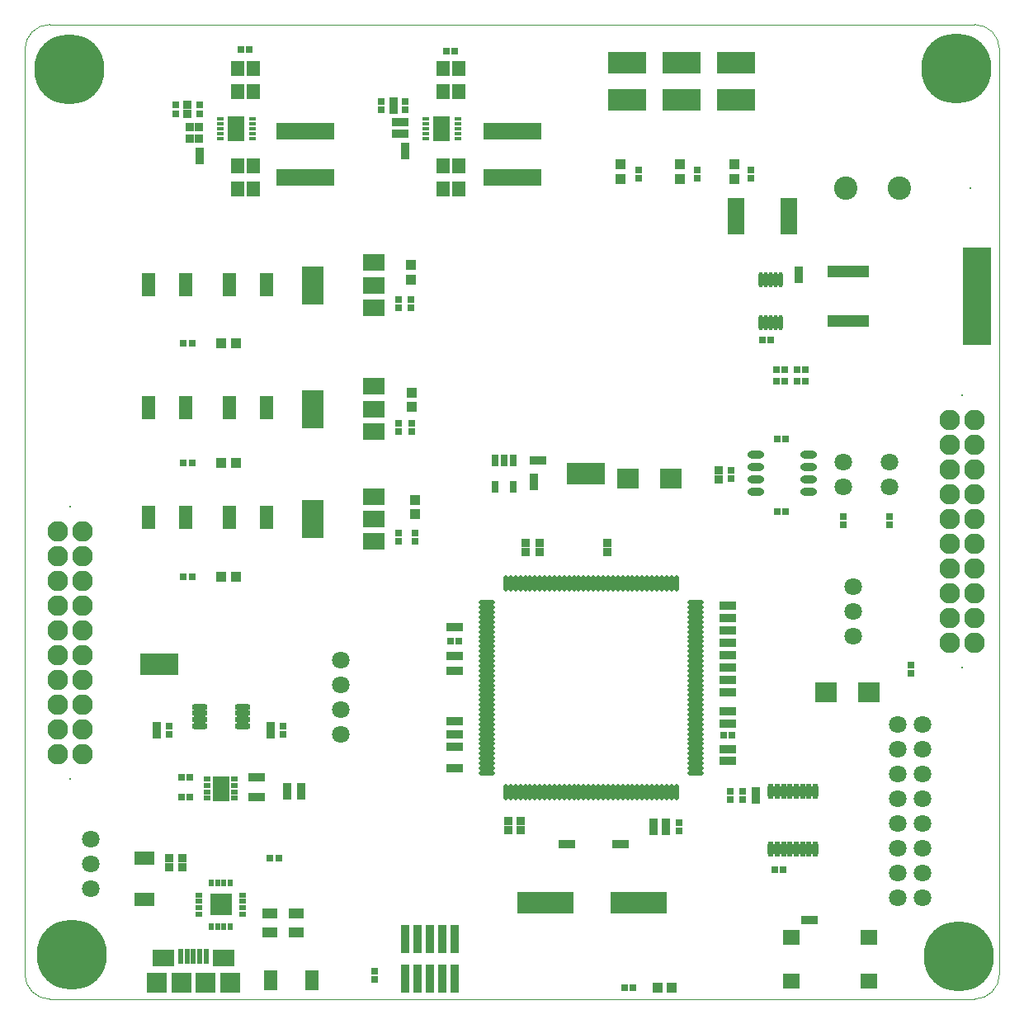
<source format=gts>
G04 Layer_Color=8388736*
%FSLAX25Y25*%
%MOIN*%
G70*
G01*
G75*
%ADD59C,0.00394*%
%ADD71R,0.02965X0.03162*%
%ADD72O,0.06509X0.01981*%
%ADD73O,0.01981X0.06509*%
%ADD74R,0.03950X0.03950*%
%ADD75R,0.03162X0.02965*%
%ADD76R,0.03241X0.03398*%
%ADD77R,0.03950X0.03950*%
%ADD78R,0.03398X0.03241*%
%ADD79R,0.02768X0.01981*%
%ADD80R,0.01981X0.02768*%
%ADD81R,0.09068X0.09068*%
%ADD82R,0.05918X0.04343*%
%ADD83R,0.03800X0.11800*%
%ADD84R,0.05800X0.07965*%
%ADD85O,0.02572X0.06312*%
%ADD86R,0.05524X0.06115*%
%ADD87R,0.08674X0.15761*%
%ADD88R,0.08674X0.06706*%
%ADD89R,0.23241X0.07099*%
%ADD90R,0.02965X0.01784*%
%ADD91R,0.07099X0.10249*%
%ADD92R,0.03162X0.01981*%
%ADD93R,0.06666X0.10249*%
%ADD94R,0.15367X0.08674*%
%ADD95R,0.05800X0.09265*%
%ADD96R,0.09068X0.07887*%
%ADD97R,0.07965X0.05800*%
%ADD98R,0.06902X0.05918*%
%ADD99O,0.06312X0.02768*%
%ADD100O,0.01981X0.06115*%
%ADD101R,0.07099X0.14579*%
%ADD102R,0.11430X0.39383*%
%ADD103R,0.17139X0.04934*%
%ADD104R,0.03162X0.04737*%
%ADD105O,0.06706X0.03162*%
%ADD106R,0.22847X0.09068*%
%ADD107R,0.02375X0.06135*%
%ADD108R,0.02375X0.06115*%
%ADD109R,0.07887X0.08280*%
%ADD110R,0.08280X0.08280*%
%ADD111R,0.09068X0.07099*%
%ADD112C,0.07099*%
%ADD113C,0.00800*%
%ADD114C,0.08280*%
%ADD115C,0.09461*%
%ADD116C,0.28359*%
%ADD117C,0.02768*%
D59*
X600000Y875830D02*
G03*
X590003Y885827I-9997J0D01*
G01*
X589928Y492126D02*
G03*
X600000Y502198I0J10072D01*
G01*
X206299D02*
G03*
X216371Y492126I10072J0D01*
G01*
X216371Y885827D02*
G03*
X206299Y875755I0J-10072D01*
G01*
X218110Y885827D02*
X590003D01*
X600000Y874016D02*
Y875830D01*
Y502198D02*
Y874016D01*
X216371Y492126D02*
X589928D01*
X206299Y502198D02*
Y508268D01*
Y875755D01*
X216371Y885827D02*
X218110D01*
D71*
X477854Y823622D02*
D03*
Y826968D02*
D03*
X454232Y823622D02*
D03*
Y826968D02*
D03*
X362598Y721555D02*
D03*
Y724902D02*
D03*
X363779Y677067D02*
D03*
Y680413D02*
D03*
X362205Y771555D02*
D03*
Y774902D02*
D03*
X264567Y599114D02*
D03*
Y602461D02*
D03*
X347638Y500000D02*
D03*
Y503346D02*
D03*
X491142Y575984D02*
D03*
Y572638D02*
D03*
X496358Y575984D02*
D03*
Y572638D02*
D03*
X470472Y563484D02*
D03*
Y560138D02*
D03*
X267323Y853248D02*
D03*
Y849902D02*
D03*
X276772D02*
D03*
Y853248D02*
D03*
X350394Y854823D02*
D03*
Y851476D02*
D03*
X359842D02*
D03*
Y854823D02*
D03*
X564173Y623819D02*
D03*
Y627165D02*
D03*
X499508Y823622D02*
D03*
Y826968D02*
D03*
X357087Y680413D02*
D03*
Y677067D02*
D03*
Y724902D02*
D03*
Y721555D02*
D03*
Y774902D02*
D03*
Y771555D02*
D03*
X310630Y602461D02*
D03*
Y599114D02*
D03*
X491732Y702264D02*
D03*
Y705610D02*
D03*
X537008Y683760D02*
D03*
Y687106D02*
D03*
X555512Y683760D02*
D03*
Y687106D02*
D03*
D72*
X392776Y583445D02*
D03*
Y585413D02*
D03*
Y587382D02*
D03*
Y589350D02*
D03*
Y591319D02*
D03*
Y593287D02*
D03*
Y595256D02*
D03*
Y597224D02*
D03*
Y599193D02*
D03*
Y601161D02*
D03*
Y603130D02*
D03*
Y605098D02*
D03*
Y607067D02*
D03*
Y609035D02*
D03*
Y611004D02*
D03*
Y612972D02*
D03*
Y614941D02*
D03*
Y616909D02*
D03*
Y618878D02*
D03*
Y620847D02*
D03*
Y622815D02*
D03*
Y624783D02*
D03*
Y626752D02*
D03*
Y628721D02*
D03*
Y630689D02*
D03*
Y632657D02*
D03*
Y634626D02*
D03*
Y636594D02*
D03*
Y638563D02*
D03*
Y640531D02*
D03*
Y642500D02*
D03*
Y644468D02*
D03*
Y646437D02*
D03*
Y648406D02*
D03*
Y650374D02*
D03*
Y652343D02*
D03*
X477224D02*
D03*
Y650374D02*
D03*
Y648406D02*
D03*
Y646437D02*
D03*
Y644468D02*
D03*
Y642500D02*
D03*
Y640531D02*
D03*
Y638563D02*
D03*
Y636594D02*
D03*
Y634626D02*
D03*
Y632657D02*
D03*
Y630689D02*
D03*
Y628721D02*
D03*
Y626752D02*
D03*
Y624783D02*
D03*
Y622815D02*
D03*
Y620847D02*
D03*
Y618878D02*
D03*
Y616909D02*
D03*
Y614941D02*
D03*
Y612972D02*
D03*
Y611004D02*
D03*
Y609035D02*
D03*
Y607067D02*
D03*
Y605098D02*
D03*
Y603130D02*
D03*
Y601161D02*
D03*
Y599193D02*
D03*
Y597224D02*
D03*
Y595256D02*
D03*
Y593287D02*
D03*
Y591319D02*
D03*
Y589350D02*
D03*
Y587382D02*
D03*
Y585413D02*
D03*
Y583445D02*
D03*
D73*
X400551Y660118D02*
D03*
X402520D02*
D03*
X404488D02*
D03*
X406457D02*
D03*
X408425D02*
D03*
X410394D02*
D03*
X412362D02*
D03*
X414331D02*
D03*
X416299D02*
D03*
X418268D02*
D03*
X420236D02*
D03*
X422205D02*
D03*
X424173D02*
D03*
X426142D02*
D03*
X428110D02*
D03*
X430079D02*
D03*
X432047D02*
D03*
X434016D02*
D03*
X435984D02*
D03*
X437953D02*
D03*
X439921D02*
D03*
X441890D02*
D03*
X443858D02*
D03*
X445827D02*
D03*
X447795D02*
D03*
X449764D02*
D03*
X451732D02*
D03*
X453701D02*
D03*
X455669D02*
D03*
X457638D02*
D03*
X459606D02*
D03*
X461575D02*
D03*
X463543D02*
D03*
X465512D02*
D03*
X467480D02*
D03*
X469449D02*
D03*
Y575669D02*
D03*
X467480D02*
D03*
X465512D02*
D03*
X463543D02*
D03*
X461575D02*
D03*
X459606D02*
D03*
X457638D02*
D03*
X455669D02*
D03*
X453701D02*
D03*
X451732D02*
D03*
X449764D02*
D03*
X447795D02*
D03*
X445827D02*
D03*
X443858D02*
D03*
X441890D02*
D03*
X439921D02*
D03*
X437953D02*
D03*
X435984D02*
D03*
X434016D02*
D03*
X432047D02*
D03*
X430079D02*
D03*
X428110D02*
D03*
X426142D02*
D03*
X424173D02*
D03*
X422205D02*
D03*
X420236D02*
D03*
X418268D02*
D03*
X416299D02*
D03*
X414331D02*
D03*
X412362D02*
D03*
X410394D02*
D03*
X408425D02*
D03*
X406457D02*
D03*
X404488D02*
D03*
X402520D02*
D03*
X400551D02*
D03*
D74*
X492815Y829429D02*
D03*
Y823524D02*
D03*
X470768Y829429D02*
D03*
Y823524D02*
D03*
X446752Y829429D02*
D03*
Y823524D02*
D03*
X363779Y693898D02*
D03*
Y687992D02*
D03*
X362205Y788779D02*
D03*
Y782874D02*
D03*
X362598Y737205D02*
D03*
Y731299D02*
D03*
D75*
X448524Y496654D02*
D03*
X451870D02*
D03*
X510039Y741831D02*
D03*
X513386D02*
D03*
X521555D02*
D03*
X518209D02*
D03*
X510138Y718504D02*
D03*
X513484D02*
D03*
X488484Y598819D02*
D03*
X491831D02*
D03*
X381594Y636614D02*
D03*
X378248D02*
D03*
X269587Y581890D02*
D03*
X272933D02*
D03*
X308760Y548976D02*
D03*
X305413D02*
D03*
X509350Y544488D02*
D03*
X512697D02*
D03*
X296949Y875591D02*
D03*
X293602D02*
D03*
X380020Y875197D02*
D03*
X376673D02*
D03*
X269587Y573622D02*
D03*
X272933D02*
D03*
X273760Y662835D02*
D03*
X270413D02*
D03*
X273760Y708898D02*
D03*
X270413D02*
D03*
X273760Y756929D02*
D03*
X270413D02*
D03*
X513386Y746457D02*
D03*
X510039D02*
D03*
X518209D02*
D03*
X521555D02*
D03*
X507480Y758268D02*
D03*
X504134D02*
D03*
X510138Y688976D02*
D03*
X513484D02*
D03*
D76*
X401575Y563937D02*
D03*
Y560472D02*
D03*
X465354Y560079D02*
D03*
Y563543D02*
D03*
X501575Y576142D02*
D03*
Y572677D02*
D03*
X276772Y834410D02*
D03*
Y830945D02*
D03*
X272047Y853307D02*
D03*
Y849842D02*
D03*
X359842Y836378D02*
D03*
Y832913D02*
D03*
X355118Y854882D02*
D03*
Y851417D02*
D03*
X312402Y574350D02*
D03*
Y577815D02*
D03*
X317913D02*
D03*
Y574350D02*
D03*
X518898Y786378D02*
D03*
Y782913D02*
D03*
X406496Y560472D02*
D03*
Y563937D02*
D03*
X441732Y676260D02*
D03*
Y672795D02*
D03*
X414331Y676260D02*
D03*
Y672795D02*
D03*
X411909Y702716D02*
D03*
Y699252D02*
D03*
X264567Y545512D02*
D03*
Y548976D02*
D03*
X460236Y560079D02*
D03*
Y563543D02*
D03*
X408425Y676260D02*
D03*
Y672795D02*
D03*
X270079Y548976D02*
D03*
Y545512D02*
D03*
X305512Y599055D02*
D03*
Y602520D02*
D03*
X486614Y705669D02*
D03*
Y702205D02*
D03*
X259449Y599055D02*
D03*
Y602520D02*
D03*
D77*
X461811Y496752D02*
D03*
X467717D02*
D03*
X291575Y662835D02*
D03*
X285669D02*
D03*
X291575Y708898D02*
D03*
X285669D02*
D03*
X291575Y756929D02*
D03*
X285669D02*
D03*
D78*
X415413Y709842D02*
D03*
X411949D02*
D03*
X491988Y593012D02*
D03*
X488524D02*
D03*
X491890Y603543D02*
D03*
X488425D02*
D03*
X276535Y844488D02*
D03*
X273071D02*
D03*
X276535Y839764D02*
D03*
X273071D02*
D03*
X359606Y846457D02*
D03*
X356142D02*
D03*
X359606Y841732D02*
D03*
X356142D02*
D03*
X491890Y636089D02*
D03*
X488425D02*
D03*
X378189Y585433D02*
D03*
X381653D02*
D03*
X378189Y594095D02*
D03*
X381653D02*
D03*
X378189Y642520D02*
D03*
X381653D02*
D03*
X378189Y624803D02*
D03*
X381653D02*
D03*
X491890Y616142D02*
D03*
X488425D02*
D03*
X491890Y608268D02*
D03*
X488425D02*
D03*
X378189Y599213D02*
D03*
X381653D02*
D03*
X491890Y588386D02*
D03*
X488425D02*
D03*
X378189Y604331D02*
D03*
X381653D02*
D03*
X378189Y630709D02*
D03*
X381653D02*
D03*
X491890Y651181D02*
D03*
X488425D02*
D03*
X521496Y524016D02*
D03*
X524961D02*
D03*
X298268Y581890D02*
D03*
X301732D02*
D03*
X301732Y573622D02*
D03*
X298268D02*
D03*
X491890Y621129D02*
D03*
X488425D02*
D03*
X491890Y641076D02*
D03*
X488425D02*
D03*
X491890Y626116D02*
D03*
X488425D02*
D03*
X491890Y646063D02*
D03*
X488425D02*
D03*
X423465Y554724D02*
D03*
X426929D02*
D03*
X448583D02*
D03*
X445118D02*
D03*
X491890Y631102D02*
D03*
X488425D02*
D03*
D79*
X276575Y534154D02*
D03*
Y531595D02*
D03*
Y529035D02*
D03*
Y526476D02*
D03*
X294291D02*
D03*
Y529035D02*
D03*
Y531595D02*
D03*
Y534154D02*
D03*
D80*
X281594Y521457D02*
D03*
X284154D02*
D03*
X286713D02*
D03*
X289272D02*
D03*
Y539173D02*
D03*
X286713D02*
D03*
X284154D02*
D03*
X281594D02*
D03*
D81*
X285433Y530315D02*
D03*
D82*
X315748Y519095D02*
D03*
Y526575D02*
D03*
X305118Y519095D02*
D03*
Y526575D02*
D03*
D83*
X379961Y500394D02*
D03*
X374961D02*
D03*
X369961D02*
D03*
X364961D02*
D03*
X359961D02*
D03*
Y516378D02*
D03*
X364961D02*
D03*
X369961D02*
D03*
X374961D02*
D03*
X379961D02*
D03*
D84*
X322126Y499705D02*
D03*
X305433D02*
D03*
D85*
X507677Y552756D02*
D03*
X510236D02*
D03*
X512795D02*
D03*
X515354D02*
D03*
X517913D02*
D03*
X520472D02*
D03*
X523032D02*
D03*
X525591D02*
D03*
X507677Y575984D02*
D03*
X510236D02*
D03*
X512795D02*
D03*
X515354D02*
D03*
X517913D02*
D03*
X520472D02*
D03*
X523032D02*
D03*
X525591D02*
D03*
D86*
X375197Y868110D02*
D03*
X381496D02*
D03*
X292126Y868110D02*
D03*
X298425D02*
D03*
X292126Y858661D02*
D03*
X298425D02*
D03*
X292126Y828740D02*
D03*
X298425D02*
D03*
X292126Y819291D02*
D03*
X298425D02*
D03*
X375197Y858661D02*
D03*
X381496D02*
D03*
X375197Y828740D02*
D03*
X381496D02*
D03*
X375197Y819291D02*
D03*
X381496D02*
D03*
D87*
X322480Y686063D02*
D03*
Y730551D02*
D03*
Y780551D02*
D03*
D88*
X347284Y695118D02*
D03*
Y686063D02*
D03*
Y677008D02*
D03*
Y739606D02*
D03*
Y730551D02*
D03*
Y721496D02*
D03*
Y789606D02*
D03*
Y780551D02*
D03*
Y771496D02*
D03*
D89*
X319685Y842717D02*
D03*
Y824213D02*
D03*
X403150Y842717D02*
D03*
Y824213D02*
D03*
D90*
X285335Y847638D02*
D03*
Y845669D02*
D03*
Y843701D02*
D03*
Y841732D02*
D03*
Y839764D02*
D03*
X298130D02*
D03*
Y841732D02*
D03*
Y843701D02*
D03*
Y845669D02*
D03*
Y847638D02*
D03*
X381201D02*
D03*
Y845669D02*
D03*
Y843701D02*
D03*
Y841732D02*
D03*
Y839764D02*
D03*
X368406D02*
D03*
Y841732D02*
D03*
Y843701D02*
D03*
Y845669D02*
D03*
Y847638D02*
D03*
D91*
X291634Y843701D02*
D03*
X374705D02*
D03*
D92*
X279921Y581004D02*
D03*
Y578445D02*
D03*
Y575886D02*
D03*
Y573327D02*
D03*
X290945Y581004D02*
D03*
Y578445D02*
D03*
Y575886D02*
D03*
Y573327D02*
D03*
D93*
X285433Y577165D02*
D03*
D94*
X449713Y855512D02*
D03*
X471654D02*
D03*
X493701D02*
D03*
Y870366D02*
D03*
X471707D02*
D03*
X449713D02*
D03*
X433071Y704331D02*
D03*
X260630Y627559D02*
D03*
D95*
X271260Y780709D02*
D03*
X256299D02*
D03*
X288976Y686614D02*
D03*
X303937D02*
D03*
X288976Y731102D02*
D03*
X303937D02*
D03*
X288976Y780709D02*
D03*
X303937D02*
D03*
X271260Y686614D02*
D03*
X256299D02*
D03*
X271260Y731102D02*
D03*
X256299D02*
D03*
D96*
X529823Y616142D02*
D03*
X547146D02*
D03*
X450000Y702362D02*
D03*
X467323D02*
D03*
D97*
X254724Y548976D02*
D03*
Y532283D02*
D03*
D98*
X547146Y499409D02*
D03*
X515846D02*
D03*
X547146Y517126D02*
D03*
X515846D02*
D03*
D99*
X276772Y610138D02*
D03*
Y607579D02*
D03*
Y605020D02*
D03*
Y602461D02*
D03*
X294094Y610138D02*
D03*
Y607579D02*
D03*
Y605020D02*
D03*
Y602461D02*
D03*
D100*
X511417Y782776D02*
D03*
X509449D02*
D03*
X507480D02*
D03*
X505512D02*
D03*
X503543D02*
D03*
X511417Y765256D02*
D03*
X509449D02*
D03*
X507480D02*
D03*
X505512D02*
D03*
X503543D02*
D03*
D101*
X514961Y808268D02*
D03*
X493701D02*
D03*
D102*
X590945Y775984D02*
D03*
D103*
X538779Y765984D02*
D03*
Y785984D02*
D03*
D104*
X403740Y709646D02*
D03*
X400000D02*
D03*
X396260D02*
D03*
Y699016D02*
D03*
X403740D02*
D03*
D105*
X522835Y697224D02*
D03*
Y702224D02*
D03*
Y707224D02*
D03*
Y712224D02*
D03*
X501575Y697224D02*
D03*
Y702224D02*
D03*
Y707224D02*
D03*
Y712224D02*
D03*
D106*
X416732Y531102D02*
D03*
X454134D02*
D03*
D107*
X271850Y509350D02*
D03*
D108*
X274410D02*
D03*
X276969D02*
D03*
X279528D02*
D03*
X269291D02*
D03*
D109*
X289370Y498819D02*
D03*
X259449Y498819D02*
D03*
D110*
X279134D02*
D03*
X269685D02*
D03*
D111*
X286614Y508858D02*
D03*
X262205Y508858D02*
D03*
D112*
X558898Y603071D02*
D03*
Y593071D02*
D03*
Y563071D02*
D03*
Y583071D02*
D03*
Y573071D02*
D03*
Y553071D02*
D03*
Y543071D02*
D03*
Y533071D02*
D03*
X568898D02*
D03*
Y543071D02*
D03*
Y553071D02*
D03*
Y573071D02*
D03*
Y583071D02*
D03*
Y563071D02*
D03*
Y593071D02*
D03*
Y603071D02*
D03*
X540945Y638819D02*
D03*
Y648819D02*
D03*
Y658819D02*
D03*
X233071Y536850D02*
D03*
Y546850D02*
D03*
Y556850D02*
D03*
X333858Y599213D02*
D03*
Y609213D02*
D03*
Y619213D02*
D03*
Y629213D02*
D03*
X537008Y699055D02*
D03*
Y709055D02*
D03*
X555512Y699055D02*
D03*
Y709055D02*
D03*
D113*
X584764Y626063D02*
D03*
Y736063D02*
D03*
X224528Y691221D02*
D03*
Y581220D02*
D03*
X588189Y819685D02*
D03*
D114*
X579764Y636063D02*
D03*
X589764D02*
D03*
Y646063D02*
D03*
X579764D02*
D03*
Y656063D02*
D03*
X589764D02*
D03*
Y666063D02*
D03*
X579764D02*
D03*
Y676063D02*
D03*
X589764D02*
D03*
Y686063D02*
D03*
X579764D02*
D03*
Y696063D02*
D03*
X589764D02*
D03*
Y706063D02*
D03*
X579764D02*
D03*
Y716063D02*
D03*
X589764D02*
D03*
Y726063D02*
D03*
X579764D02*
D03*
X229528Y681220D02*
D03*
X219528D02*
D03*
Y671220D02*
D03*
X229528D02*
D03*
Y661221D02*
D03*
X219528D02*
D03*
Y651221D02*
D03*
X229528D02*
D03*
Y641221D02*
D03*
X219528D02*
D03*
Y631220D02*
D03*
X229528D02*
D03*
Y621220D02*
D03*
X219528D02*
D03*
Y611221D02*
D03*
X229528D02*
D03*
Y601221D02*
D03*
X219528D02*
D03*
Y591221D02*
D03*
X229528D02*
D03*
D115*
X559449Y819685D02*
D03*
X537795D02*
D03*
D116*
X582677Y868110D02*
D03*
X225197Y510236D02*
D03*
X583465Y509449D02*
D03*
X224410Y867717D02*
D03*
D117*
X283268Y532480D02*
D03*
X287598D02*
D03*
X283268Y528150D02*
D03*
X287598D02*
D03*
M02*

</source>
